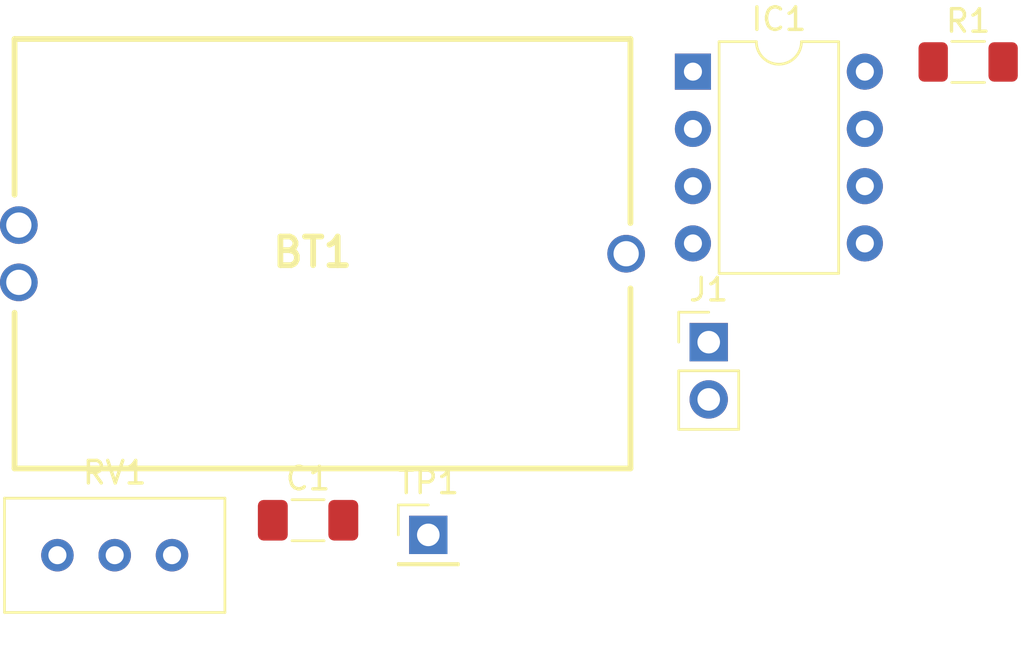
<source format=kicad_pcb>
(kicad_pcb (version 20171130) (host pcbnew "(5.1.8)-1")

  (general
    (thickness 1.6)
    (drawings 0)
    (tracks 0)
    (zones 0)
    (modules 7)
    (nets 9)
  )

  (page A4)
  (layers
    (0 F.Cu signal)
    (31 B.Cu signal)
    (32 B.Adhes user)
    (33 F.Adhes user)
    (34 B.Paste user)
    (35 F.Paste user)
    (36 B.SilkS user)
    (37 F.SilkS user)
    (38 B.Mask user)
    (39 F.Mask user)
    (40 Dwgs.User user)
    (41 Cmts.User user)
    (42 Eco1.User user)
    (43 Eco2.User user)
    (44 Edge.Cuts user)
    (45 Margin user)
    (46 B.CrtYd user)
    (47 F.CrtYd user)
    (48 B.Fab user)
    (49 F.Fab user)
  )

  (setup
    (last_trace_width 0.25)
    (trace_clearance 0.2)
    (zone_clearance 0.508)
    (zone_45_only no)
    (trace_min 0.2)
    (via_size 0.8)
    (via_drill 0.4)
    (via_min_size 0.4)
    (via_min_drill 0.3)
    (uvia_size 0.3)
    (uvia_drill 0.1)
    (uvias_allowed no)
    (uvia_min_size 0.2)
    (uvia_min_drill 0.1)
    (edge_width 0.05)
    (segment_width 0.2)
    (pcb_text_width 0.3)
    (pcb_text_size 1.5 1.5)
    (mod_edge_width 0.12)
    (mod_text_size 1 1)
    (mod_text_width 0.15)
    (pad_size 1.524 1.524)
    (pad_drill 0.762)
    (pad_to_mask_clearance 0)
    (aux_axis_origin 0 0)
    (visible_elements 7FFFFFFF)
    (pcbplotparams
      (layerselection 0x010fc_ffffffff)
      (usegerberextensions false)
      (usegerberattributes true)
      (usegerberadvancedattributes true)
      (creategerberjobfile true)
      (excludeedgelayer true)
      (linewidth 0.100000)
      (plotframeref false)
      (viasonmask false)
      (mode 1)
      (useauxorigin false)
      (hpglpennumber 1)
      (hpglpenspeed 20)
      (hpglpendiameter 15.000000)
      (psnegative false)
      (psa4output false)
      (plotreference true)
      (plotvalue true)
      (plotinvisibletext false)
      (padsonsilk false)
      (subtractmaskfromsilk false)
      (outputformat 1)
      (mirror false)
      (drillshape 1)
      (scaleselection 1)
      (outputdirectory ""))
  )

  (net 0 "")
  (net 1 VDD)
  (net 2 VSS)
  (net 3 "Net-(C1-Pad2)")
  (net 4 "Net-(IC1-Pad5)")
  (net 5 "Net-(IC1-Pad2)")
  (net 6 "Net-(IC1-Pad3)")
  (net 7 "Net-(IC1-Pad8)")
  (net 8 "Net-(R1-Pad2)")

  (net_class Default "This is the default net class."
    (clearance 0.2)
    (trace_width 0.25)
    (via_dia 0.8)
    (via_drill 0.4)
    (uvia_dia 0.3)
    (uvia_drill 0.1)
    (add_net "Net-(C1-Pad2)")
    (add_net "Net-(IC1-Pad2)")
    (add_net "Net-(IC1-Pad3)")
    (add_net "Net-(IC1-Pad5)")
    (add_net "Net-(IC1-Pad8)")
    (add_net "Net-(R1-Pad2)")
    (add_net VDD)
    (add_net VSS)
  )

  (module Battery:BatteryHolder_AmpTeConnectivity_CR2032_Horizontal_CircularHoles_ref120591-1 (layer F.Cu) (tedit 0) (tstamp 61DD7E3A)
    (at 108.2115 95.948501)
    (descr 120591-1)
    (tags Battery)
    (path /61DED8B0)
    (fp_text reference BT1 (at -0.44467 -0.06733) (layer F.SilkS)
      (effects (font (size 1.27 1.27) (thickness 0.254)))
    )
    (fp_text value 120591-1 (at -0.44467 -0.06733) (layer F.SilkS) hide
      (effects (font (size 1.27 1.27) (thickness 0.254)))
    )
    (fp_line (start -13.65 -9.525) (end 13.65 -9.525) (layer F.Fab) (width 0.254))
    (fp_line (start 13.65 -9.525) (end 13.65 9.525) (layer F.Fab) (width 0.254))
    (fp_line (start 13.65 9.525) (end -13.65 9.525) (layer F.Fab) (width 0.254))
    (fp_line (start -13.65 9.525) (end -13.65 -9.525) (layer F.Fab) (width 0.254))
    (fp_line (start -13.65 9.525) (end 13.65 9.525) (layer F.SilkS) (width 0.254))
    (fp_line (start 13.65 9.525) (end 13.65 1.53833) (layer F.SilkS) (width 0.254))
    (fp_line (start 13.65 -9.525) (end -13.65 -9.525) (layer F.SilkS) (width 0.254))
    (fp_line (start -13.65 -9.525) (end -13.65 -2.61533) (layer F.SilkS) (width 0.254))
    (fp_line (start -13.65 9.525) (end -13.65 2.62033) (layer F.SilkS) (width 0.254))
    (fp_line (start 13.65 -9.525) (end 13.65 -1.35867) (layer F.SilkS) (width 0.254))
    (fp_text user %R (at -0.44467 -0.06733) (layer F.Fab)
      (effects (font (size 1.27 1.27) (thickness 0.254)))
    )
    (pad 1 thru_hole circle (at -13.46 -1.27) (size 1.67 1.67) (drill 1.12) (layers *.Cu *.Mask)
      (net 1 VDD))
    (pad 2 thru_hole circle (at -13.46 1.27) (size 1.67 1.67) (drill 1.12) (layers *.Cu *.Mask)
      (net 1 VDD))
    (pad 3 thru_hole circle (at 13.46 0) (size 1.67 1.67) (drill 1.12) (layers *.Cu *.Mask)
      (net 2 VSS))
    (model 120591-1.stp
      (offset (xyz 1.149999958886868 0 1.700000022152268))
      (scale (xyz 1 1 1))
      (rotate (xyz 0 0 0))
    )
  )

  (module Capacitor_SMD:C_1206_3216Metric_Pad1.33x1.80mm_HandSolder (layer F.Cu) (tedit 5F68FEEF) (tstamp 61DD7E4B)
    (at 107.571501 107.771501)
    (descr "Capacitor SMD 1206 (3216 Metric), square (rectangular) end terminal, IPC_7351 nominal with elongated pad for handsoldering. (Body size source: IPC-SM-782 page 76, https://www.pcb-3d.com/wordpress/wp-content/uploads/ipc-sm-782a_amendment_1_and_2.pdf), generated with kicad-footprint-generator")
    (tags "capacitor handsolder")
    (path /61DD9A16)
    (attr smd)
    (fp_text reference C1 (at 0 -1.85) (layer F.SilkS)
      (effects (font (size 1 1) (thickness 0.15)))
    )
    (fp_text value 15uF (at 0 1.85) (layer F.Fab)
      (effects (font (size 1 1) (thickness 0.15)))
    )
    (fp_line (start -1.6 0.8) (end -1.6 -0.8) (layer F.Fab) (width 0.1))
    (fp_line (start -1.6 -0.8) (end 1.6 -0.8) (layer F.Fab) (width 0.1))
    (fp_line (start 1.6 -0.8) (end 1.6 0.8) (layer F.Fab) (width 0.1))
    (fp_line (start 1.6 0.8) (end -1.6 0.8) (layer F.Fab) (width 0.1))
    (fp_line (start -0.711252 -0.91) (end 0.711252 -0.91) (layer F.SilkS) (width 0.12))
    (fp_line (start -0.711252 0.91) (end 0.711252 0.91) (layer F.SilkS) (width 0.12))
    (fp_line (start -2.48 1.15) (end -2.48 -1.15) (layer F.CrtYd) (width 0.05))
    (fp_line (start -2.48 -1.15) (end 2.48 -1.15) (layer F.CrtYd) (width 0.05))
    (fp_line (start 2.48 -1.15) (end 2.48 1.15) (layer F.CrtYd) (width 0.05))
    (fp_line (start 2.48 1.15) (end -2.48 1.15) (layer F.CrtYd) (width 0.05))
    (fp_text user %R (at 0 0) (layer F.Fab)
      (effects (font (size 0.8 0.8) (thickness 0.12)))
    )
    (pad 1 smd roundrect (at -1.5625 0) (size 1.325 1.8) (layers F.Cu F.Paste F.Mask) (roundrect_rratio 0.188679)
      (net 1 VDD))
    (pad 2 smd roundrect (at 1.5625 0) (size 1.325 1.8) (layers F.Cu F.Paste F.Mask) (roundrect_rratio 0.188679)
      (net 3 "Net-(C1-Pad2)"))
    (model ${KISYS3DMOD}/Capacitor_SMD.3dshapes/C_1206_3216Metric.wrl
      (at (xyz 0 0 0))
      (scale (xyz 1 1 1))
      (rotate (xyz 0 0 0))
    )
  )

  (module Package_DIP:DIP-8_W7.62mm (layer F.Cu) (tedit 5A02E8C5) (tstamp 61DD7E67)
    (at 124.631501 87.871501)
    (descr "8-lead though-hole mounted DIP package, row spacing 7.62 mm (300 mils)")
    (tags "THT DIP DIL PDIP 2.54mm 7.62mm 300mil")
    (path /61DD59E8)
    (fp_text reference IC1 (at 3.81 -2.33) (layer F.SilkS)
      (effects (font (size 1 1) (thickness 0.15)))
    )
    (fp_text value ICM7242IPAZ (at 3.81 9.95) (layer F.Fab)
      (effects (font (size 1 1) (thickness 0.15)))
    )
    (fp_line (start 1.635 -1.27) (end 6.985 -1.27) (layer F.Fab) (width 0.1))
    (fp_line (start 6.985 -1.27) (end 6.985 8.89) (layer F.Fab) (width 0.1))
    (fp_line (start 6.985 8.89) (end 0.635 8.89) (layer F.Fab) (width 0.1))
    (fp_line (start 0.635 8.89) (end 0.635 -0.27) (layer F.Fab) (width 0.1))
    (fp_line (start 0.635 -0.27) (end 1.635 -1.27) (layer F.Fab) (width 0.1))
    (fp_line (start 2.81 -1.33) (end 1.16 -1.33) (layer F.SilkS) (width 0.12))
    (fp_line (start 1.16 -1.33) (end 1.16 8.95) (layer F.SilkS) (width 0.12))
    (fp_line (start 1.16 8.95) (end 6.46 8.95) (layer F.SilkS) (width 0.12))
    (fp_line (start 6.46 8.95) (end 6.46 -1.33) (layer F.SilkS) (width 0.12))
    (fp_line (start 6.46 -1.33) (end 4.81 -1.33) (layer F.SilkS) (width 0.12))
    (fp_line (start -1.1 -1.55) (end -1.1 9.15) (layer F.CrtYd) (width 0.05))
    (fp_line (start -1.1 9.15) (end 8.7 9.15) (layer F.CrtYd) (width 0.05))
    (fp_line (start 8.7 9.15) (end 8.7 -1.55) (layer F.CrtYd) (width 0.05))
    (fp_line (start 8.7 -1.55) (end -1.1 -1.55) (layer F.CrtYd) (width 0.05))
    (fp_arc (start 3.81 -1.33) (end 2.81 -1.33) (angle -180) (layer F.SilkS) (width 0.12))
    (fp_text user %R (at 3.81 3.81) (layer F.Fab)
      (effects (font (size 1 1) (thickness 0.15)))
    )
    (pad 1 thru_hole rect (at 0 0) (size 1.6 1.6) (drill 0.8) (layers *.Cu *.Mask)
      (net 1 VDD))
    (pad 5 thru_hole oval (at 7.62 7.62) (size 1.6 1.6) (drill 0.8) (layers *.Cu *.Mask)
      (net 4 "Net-(IC1-Pad5)"))
    (pad 2 thru_hole oval (at 0 2.54) (size 1.6 1.6) (drill 0.8) (layers *.Cu *.Mask)
      (net 5 "Net-(IC1-Pad2)"))
    (pad 6 thru_hole oval (at 7.62 5.08) (size 1.6 1.6) (drill 0.8) (layers *.Cu *.Mask)
      (net 1 VDD))
    (pad 3 thru_hole oval (at 0 5.08) (size 1.6 1.6) (drill 0.8) (layers *.Cu *.Mask)
      (net 6 "Net-(IC1-Pad3)"))
    (pad 7 thru_hole oval (at 7.62 2.54) (size 1.6 1.6) (drill 0.8) (layers *.Cu *.Mask)
      (net 3 "Net-(C1-Pad2)"))
    (pad 4 thru_hole oval (at 0 7.62) (size 1.6 1.6) (drill 0.8) (layers *.Cu *.Mask)
      (net 2 VSS))
    (pad 8 thru_hole oval (at 7.62 0) (size 1.6 1.6) (drill 0.8) (layers *.Cu *.Mask)
      (net 7 "Net-(IC1-Pad8)"))
    (model ${KISYS3DMOD}/Package_DIP.3dshapes/DIP-8_W7.62mm.wrl
      (at (xyz 0 0 0))
      (scale (xyz 1 1 1))
      (rotate (xyz 0 0 0))
    )
  )

  (module Connector_PinHeader_2.54mm:PinHeader_1x02_P2.54mm_Vertical (layer F.Cu) (tedit 59FED5CC) (tstamp 61DD7E7D)
    (at 125.331501 99.871501)
    (descr "Through hole straight pin header, 1x02, 2.54mm pitch, single row")
    (tags "Through hole pin header THT 1x02 2.54mm single row")
    (path /61DF0B32)
    (fp_text reference J1 (at 0 -2.33) (layer F.SilkS)
      (effects (font (size 1 1) (thickness 0.15)))
    )
    (fp_text value Conn_01x02_Male (at 0 4.87) (layer F.Fab)
      (effects (font (size 1 1) (thickness 0.15)))
    )
    (fp_line (start -0.635 -1.27) (end 1.27 -1.27) (layer F.Fab) (width 0.1))
    (fp_line (start 1.27 -1.27) (end 1.27 3.81) (layer F.Fab) (width 0.1))
    (fp_line (start 1.27 3.81) (end -1.27 3.81) (layer F.Fab) (width 0.1))
    (fp_line (start -1.27 3.81) (end -1.27 -0.635) (layer F.Fab) (width 0.1))
    (fp_line (start -1.27 -0.635) (end -0.635 -1.27) (layer F.Fab) (width 0.1))
    (fp_line (start -1.33 3.87) (end 1.33 3.87) (layer F.SilkS) (width 0.12))
    (fp_line (start -1.33 1.27) (end -1.33 3.87) (layer F.SilkS) (width 0.12))
    (fp_line (start 1.33 1.27) (end 1.33 3.87) (layer F.SilkS) (width 0.12))
    (fp_line (start -1.33 1.27) (end 1.33 1.27) (layer F.SilkS) (width 0.12))
    (fp_line (start -1.33 0) (end -1.33 -1.33) (layer F.SilkS) (width 0.12))
    (fp_line (start -1.33 -1.33) (end 0 -1.33) (layer F.SilkS) (width 0.12))
    (fp_line (start -1.8 -1.8) (end -1.8 4.35) (layer F.CrtYd) (width 0.05))
    (fp_line (start -1.8 4.35) (end 1.8 4.35) (layer F.CrtYd) (width 0.05))
    (fp_line (start 1.8 4.35) (end 1.8 -1.8) (layer F.CrtYd) (width 0.05))
    (fp_line (start 1.8 -1.8) (end -1.8 -1.8) (layer F.CrtYd) (width 0.05))
    (fp_text user %R (at 0 1.27 90) (layer F.Fab)
      (effects (font (size 1 1) (thickness 0.15)))
    )
    (pad 1 thru_hole rect (at 0 0) (size 1.7 1.7) (drill 1) (layers *.Cu *.Mask)
      (net 6 "Net-(IC1-Pad3)"))
    (pad 2 thru_hole oval (at 0 2.54) (size 1.7 1.7) (drill 1) (layers *.Cu *.Mask)
      (net 2 VSS))
    (model ${KISYS3DMOD}/Connector_PinHeader_2.54mm.3dshapes/PinHeader_1x02_P2.54mm_Vertical.wrl
      (at (xyz 0 0 0))
      (scale (xyz 1 1 1))
      (rotate (xyz 0 0 0))
    )
  )

  (module Resistor_SMD:R_1206_3216Metric_Pad1.30x1.75mm_HandSolder (layer F.Cu) (tedit 5F68FEEE) (tstamp 61DD7E8E)
    (at 136.831501 87.441501)
    (descr "Resistor SMD 1206 (3216 Metric), square (rectangular) end terminal, IPC_7351 nominal with elongated pad for handsoldering. (Body size source: IPC-SM-782 page 72, https://www.pcb-3d.com/wordpress/wp-content/uploads/ipc-sm-782a_amendment_1_and_2.pdf), generated with kicad-footprint-generator")
    (tags "resistor handsolder")
    (path /61DD8F62)
    (attr smd)
    (fp_text reference R1 (at 0 -1.82) (layer F.SilkS)
      (effects (font (size 1 1) (thickness 0.15)))
    )
    (fp_text value 1M (at 0 1.82) (layer F.Fab)
      (effects (font (size 1 1) (thickness 0.15)))
    )
    (fp_line (start -1.6 0.8) (end -1.6 -0.8) (layer F.Fab) (width 0.1))
    (fp_line (start -1.6 -0.8) (end 1.6 -0.8) (layer F.Fab) (width 0.1))
    (fp_line (start 1.6 -0.8) (end 1.6 0.8) (layer F.Fab) (width 0.1))
    (fp_line (start 1.6 0.8) (end -1.6 0.8) (layer F.Fab) (width 0.1))
    (fp_line (start -0.727064 -0.91) (end 0.727064 -0.91) (layer F.SilkS) (width 0.12))
    (fp_line (start -0.727064 0.91) (end 0.727064 0.91) (layer F.SilkS) (width 0.12))
    (fp_line (start -2.45 1.12) (end -2.45 -1.12) (layer F.CrtYd) (width 0.05))
    (fp_line (start -2.45 -1.12) (end 2.45 -1.12) (layer F.CrtYd) (width 0.05))
    (fp_line (start 2.45 -1.12) (end 2.45 1.12) (layer F.CrtYd) (width 0.05))
    (fp_line (start 2.45 1.12) (end -2.45 1.12) (layer F.CrtYd) (width 0.05))
    (fp_text user %R (at 0 0) (layer F.Fab)
      (effects (font (size 0.8 0.8) (thickness 0.12)))
    )
    (pad 1 smd roundrect (at -1.55 0) (size 1.3 1.75) (layers F.Cu F.Paste F.Mask) (roundrect_rratio 0.192308)
      (net 1 VDD))
    (pad 2 smd roundrect (at 1.55 0) (size 1.3 1.75) (layers F.Cu F.Paste F.Mask) (roundrect_rratio 0.192308)
      (net 8 "Net-(R1-Pad2)"))
    (model ${KISYS3DMOD}/Resistor_SMD.3dshapes/R_1206_3216Metric.wrl
      (at (xyz 0 0 0))
      (scale (xyz 1 1 1))
      (rotate (xyz 0 0 0))
    )
  )

  (module Potentiometer_THT:Potentiometer_Bourns_3296W_Vertical (layer F.Cu) (tedit 5A3D4994) (tstamp 61DD7EA5)
    (at 101.541501 109.321501)
    (descr "Potentiometer, vertical, Bourns 3296W, https://www.bourns.com/pdfs/3296.pdf")
    (tags "Potentiometer vertical Bourns 3296W")
    (path /61DF3725)
    (fp_text reference RV1 (at -2.54 -3.66) (layer F.SilkS)
      (effects (font (size 1 1) (thickness 0.15)))
    )
    (fp_text value 200K (at -2.54 3.67) (layer F.Fab)
      (effects (font (size 1 1) (thickness 0.15)))
    )
    (fp_circle (center 0.955 1.15) (end 2.05 1.15) (layer F.Fab) (width 0.1))
    (fp_line (start -7.305 -2.41) (end -7.305 2.42) (layer F.Fab) (width 0.1))
    (fp_line (start -7.305 2.42) (end 2.225 2.42) (layer F.Fab) (width 0.1))
    (fp_line (start 2.225 2.42) (end 2.225 -2.41) (layer F.Fab) (width 0.1))
    (fp_line (start 2.225 -2.41) (end -7.305 -2.41) (layer F.Fab) (width 0.1))
    (fp_line (start 0.955 2.235) (end 0.956 0.066) (layer F.Fab) (width 0.1))
    (fp_line (start 0.955 2.235) (end 0.956 0.066) (layer F.Fab) (width 0.1))
    (fp_line (start -7.425 -2.53) (end 2.345 -2.53) (layer F.SilkS) (width 0.12))
    (fp_line (start -7.425 2.54) (end 2.345 2.54) (layer F.SilkS) (width 0.12))
    (fp_line (start -7.425 -2.53) (end -7.425 2.54) (layer F.SilkS) (width 0.12))
    (fp_line (start 2.345 -2.53) (end 2.345 2.54) (layer F.SilkS) (width 0.12))
    (fp_line (start -7.6 -2.7) (end -7.6 2.7) (layer F.CrtYd) (width 0.05))
    (fp_line (start -7.6 2.7) (end 2.5 2.7) (layer F.CrtYd) (width 0.05))
    (fp_line (start 2.5 2.7) (end 2.5 -2.7) (layer F.CrtYd) (width 0.05))
    (fp_line (start 2.5 -2.7) (end -7.6 -2.7) (layer F.CrtYd) (width 0.05))
    (fp_text user %R (at -3.175 0.005) (layer F.Fab)
      (effects (font (size 1 1) (thickness 0.15)))
    )
    (pad 1 thru_hole circle (at 0 0) (size 1.44 1.44) (drill 0.8) (layers *.Cu *.Mask)
      (net 8 "Net-(R1-Pad2)"))
    (pad 2 thru_hole circle (at -2.54 0) (size 1.44 1.44) (drill 0.8) (layers *.Cu *.Mask)
      (net 3 "Net-(C1-Pad2)"))
    (pad 3 thru_hole circle (at -5.08 0) (size 1.44 1.44) (drill 0.8) (layers *.Cu *.Mask)
      (net 3 "Net-(C1-Pad2)"))
    (model ${KISYS3DMOD}/Potentiometer_THT.3dshapes/Potentiometer_Bourns_3296W_Vertical.wrl
      (at (xyz 0 0 0))
      (scale (xyz 1 1 1))
      (rotate (xyz 0 0 0))
    )
  )

  (module Connector_PinHeader_2.54mm:PinHeader_1x01_P2.54mm_Vertical (layer F.Cu) (tedit 59FED5CC) (tstamp 61DD7EBA)
    (at 112.901501 108.421501)
    (descr "Through hole straight pin header, 1x01, 2.54mm pitch, single row")
    (tags "Through hole pin header THT 1x01 2.54mm single row")
    (path /61DF1F51)
    (fp_text reference TP1 (at 0 -2.33) (layer F.SilkS)
      (effects (font (size 1 1) (thickness 0.15)))
    )
    (fp_text value TestPoint (at 0 2.33) (layer F.Fab)
      (effects (font (size 1 1) (thickness 0.15)))
    )
    (fp_line (start -0.635 -1.27) (end 1.27 -1.27) (layer F.Fab) (width 0.1))
    (fp_line (start 1.27 -1.27) (end 1.27 1.27) (layer F.Fab) (width 0.1))
    (fp_line (start 1.27 1.27) (end -1.27 1.27) (layer F.Fab) (width 0.1))
    (fp_line (start -1.27 1.27) (end -1.27 -0.635) (layer F.Fab) (width 0.1))
    (fp_line (start -1.27 -0.635) (end -0.635 -1.27) (layer F.Fab) (width 0.1))
    (fp_line (start -1.33 1.33) (end 1.33 1.33) (layer F.SilkS) (width 0.12))
    (fp_line (start -1.33 1.27) (end -1.33 1.33) (layer F.SilkS) (width 0.12))
    (fp_line (start 1.33 1.27) (end 1.33 1.33) (layer F.SilkS) (width 0.12))
    (fp_line (start -1.33 1.27) (end 1.33 1.27) (layer F.SilkS) (width 0.12))
    (fp_line (start -1.33 0) (end -1.33 -1.33) (layer F.SilkS) (width 0.12))
    (fp_line (start -1.33 -1.33) (end 0 -1.33) (layer F.SilkS) (width 0.12))
    (fp_line (start -1.8 -1.8) (end -1.8 1.8) (layer F.CrtYd) (width 0.05))
    (fp_line (start -1.8 1.8) (end 1.8 1.8) (layer F.CrtYd) (width 0.05))
    (fp_line (start 1.8 1.8) (end 1.8 -1.8) (layer F.CrtYd) (width 0.05))
    (fp_line (start 1.8 -1.8) (end -1.8 -1.8) (layer F.CrtYd) (width 0.05))
    (fp_text user %R (at 0 0 90) (layer F.Fab)
      (effects (font (size 1 1) (thickness 0.15)))
    )
    (pad 1 thru_hole rect (at 0 0) (size 1.7 1.7) (drill 1) (layers *.Cu *.Mask)
      (net 5 "Net-(IC1-Pad2)"))
    (model ${KISYS3DMOD}/Connector_PinHeader_2.54mm.3dshapes/PinHeader_1x01_P2.54mm_Vertical.wrl
      (at (xyz 0 0 0))
      (scale (xyz 1 1 1))
      (rotate (xyz 0 0 0))
    )
  )

)

</source>
